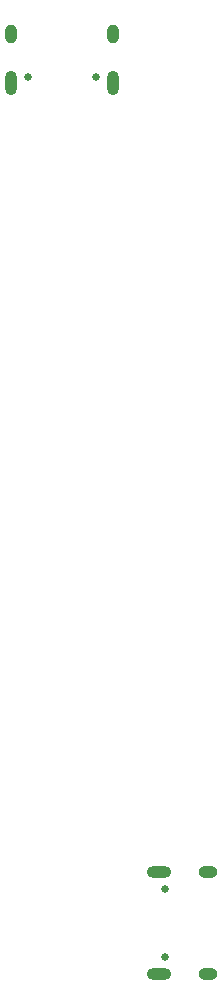
<source format=gbs>
%TF.GenerationSoftware,KiCad,Pcbnew,(6.0.4)*%
%TF.CreationDate,2022-05-27T00:32:28-07:00*%
%TF.ProjectId,bot_L,626f745f-4c2e-46b6-9963-61645f706362,rev?*%
%TF.SameCoordinates,Original*%
%TF.FileFunction,Soldermask,Bot*%
%TF.FilePolarity,Negative*%
%FSLAX46Y46*%
G04 Gerber Fmt 4.6, Leading zero omitted, Abs format (unit mm)*
G04 Created by KiCad (PCBNEW (6.0.4)) date 2022-05-27 00:32:28*
%MOMM*%
%LPD*%
G01*
G04 APERTURE LIST*
%ADD10C,0.650000*%
%ADD11O,1.600000X1.000000*%
%ADD12O,2.100000X1.000000*%
%ADD13O,1.000000X2.100000*%
%ADD14O,1.000000X1.600000*%
G04 APERTURE END LIST*
D10*
%TO.C,J1*%
X283697038Y-158884520D03*
X283697038Y-164664520D03*
D11*
X287347038Y-166094520D03*
X287347038Y-157454520D03*
D12*
X283167038Y-157454520D03*
X283167038Y-166094520D03*
%TD*%
D13*
%TO.C,J1*%
X270680000Y-90630000D03*
D14*
X279320000Y-86450000D03*
X270680000Y-86450000D03*
D13*
X279320000Y-90630000D03*
D10*
X272110000Y-90100000D03*
X277890000Y-90100000D03*
%TD*%
M02*

</source>
